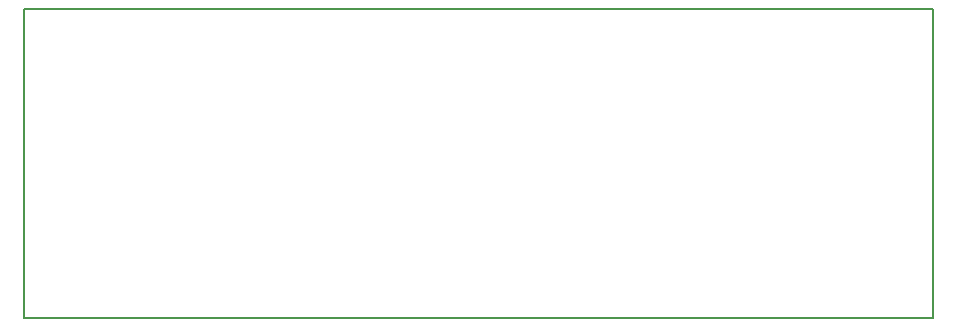
<source format=gm1>
G04 #@! TF.FileFunction,Profile,NP*
%FSLAX46Y46*%
G04 Gerber Fmt 4.6, Leading zero omitted, Abs format (unit mm)*
G04 Created by KiCad (PCBNEW 0.201508290901+6132~28~ubuntu14.04.1-product) date Sat 02 Jan 2016 04:08:58 PM EST*
%MOMM*%
G01*
G04 APERTURE LIST*
%ADD10C,0.100000*%
%ADD11C,0.150000*%
G04 APERTURE END LIST*
D10*
D11*
X187000000Y-44000000D02*
X136000000Y-44000000D01*
X187000000Y-70000000D02*
X187000000Y-44000000D01*
X187000000Y-70200000D02*
X187000000Y-70000000D01*
X110000000Y-70200000D02*
X187000000Y-70200000D01*
X110000000Y-44000000D02*
X110000000Y-70200000D01*
X136000000Y-44000000D02*
X110000000Y-44000000D01*
M02*

</source>
